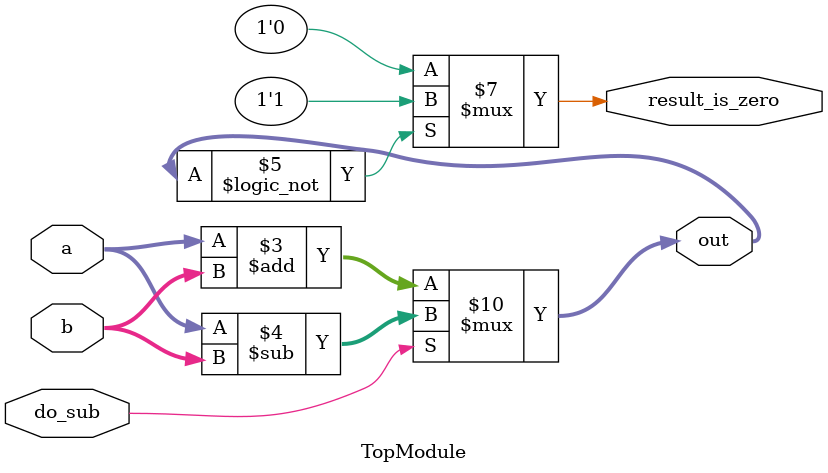
<source format=sv>
module TopModule (
    input wire [7:0] a,             // 8-bit unsigned input operand
    input wire [7:0] b,             // 8-bit unsigned input operand
    input wire do_sub,              // Control signal: 0 for addition, 1 for subtraction
    output reg [7:0] out,           // 8-bit unsigned output result
    output reg result_is_zero       // Output flag: 1 if result is zero, 0 otherwise
);

// Always block for combinational logic
// Computes the result based on the control signal 'do_sub'
always @(*) begin
    // Perform addition or subtraction based on 'do_sub' control signal
    if (do_sub == 1'b0) begin
        out = a + b;               // Addition operation
    end else begin
        out = a - b;               // Subtraction operation
    end

    // Set the zero flag based on the result
    if (out == 8'b00000000) begin  // Check if the result is zero
        result_is_zero = 1'b1;     // Set flag to 1 if zero
    end else begin
        result_is_zero = 1'b0;     // Set flag to 0 otherwise
    end
end

endmodule
</source>
